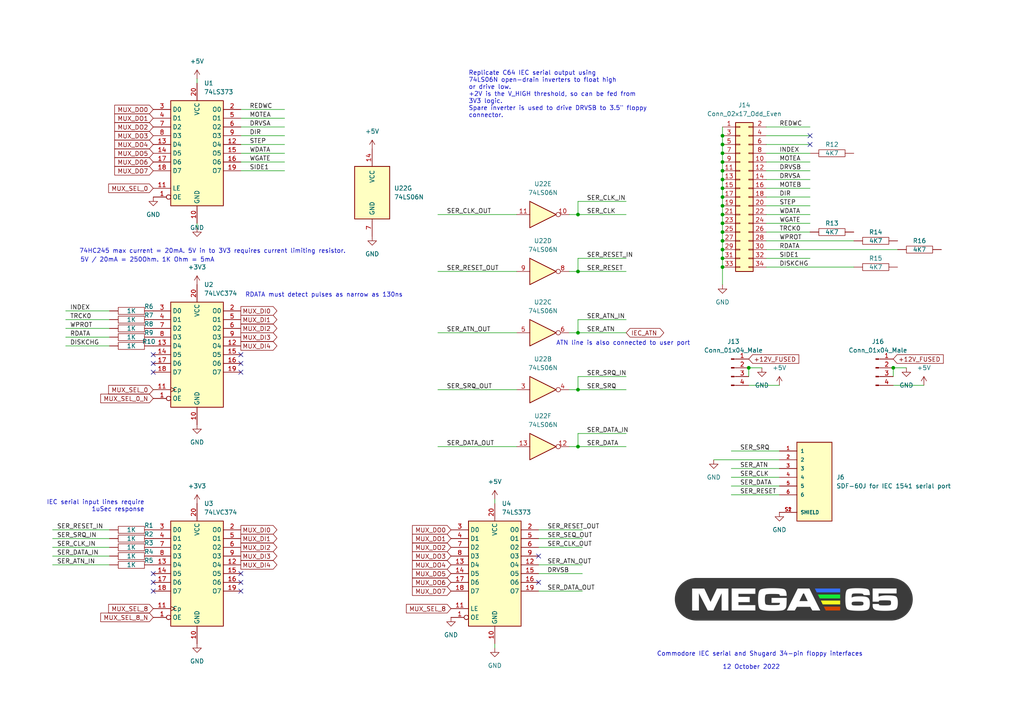
<source format=kicad_sch>
(kicad_sch (version 20211123) (generator eeschema)
  (paper "A4")
  (lib_symbols
    (symbol "74xx:74HC374"
      (property "Reference" "U" (at -7.62 16.51 0))
      (property "Value" "74HC374" (at -7.62 -16.51 0))
      (symbol "74HC374_1_0"
        (pin input inverted (at -12.7 -12.7 0) (length 5.08) (name "OE") (number "1"))
        (pin power_in line (at 0 -20.32 90) (length 5.08) (name "GND") (number "10"))
        (pin input clock (at -12.7 -10.16 0) (length 5.08) (name "Cp") (number "11"))
        (pin tri_state line (at 12.7 2.54 180) (length 5.08) (name "O4") (number "12"))
        (pin input line (at -12.7 2.54 0) (length 5.08) (name "D4") (number "13"))
        (pin input line (at -12.7 0 0) (length 5.08) (name "D5") (number "14"))
        (pin tri_state line (at 12.7 0 180) (length 5.08) (name "O5") (number "15"))
        (pin tri_state line (at 12.7 -2.54 180) (length 5.08) (name "O6") (number "16"))
        (pin input line (at -12.7 -2.54 0) (length 5.08) (name "D6") (number "17"))
        (pin input line (at -12.7 -5.08 0) (length 5.08) (name "D7") (number "18"))
        (pin tri_state line (at 12.7 -5.08 180) (length 5.08) (name "O7") (number "19"))
        (pin tri_state line (at 12.7 12.7 180) (length 5.08) (name "O0") (number "2"))
        (pin power_in line (at 0 20.32 270) (length 5.08) (name "VCC") (number "20"))
        (pin input line (at -12.7 12.7 0) (length 5.08) (name "D0") (number "3"))
        (pin input line (at -12.7 10.16 0) (length 5.08) (name "D1") (number "4"))
        (pin tri_state line (at 12.7 10.16 180) (length 5.08) (name "O1") (number "5"))
        (pin tri_state line (at 12.7 7.62 180) (length 5.08) (name "O2") (number "6"))
        (pin input line (at -12.7 7.62 0) (length 5.08) (name "D2") (number "7"))
        (pin input line (at -12.7 5.08 0) (length 5.08) (name "D3") (number "8"))
        (pin tri_state line (at 12.7 5.08 180) (length 5.08) (name "O3") (number "9"))
      )
      (symbol "74HC374_1_1"
        (rectangle (start -7.62 15.24) (end 7.62 -15.24) (stroke (width 0.254)) (fill (type background)))
      )
    )
    (symbol "74xx:74LS06N" (pin_names (offset 1.016))
      (property "Reference" "U" (at 0 1.27 0))
      (property "Value" "74LS06N" (at 0 -1.27 0))
      (symbol "74LS06N_1_0"
        (polyline (pts (xy -3.81 3.81) (xy -3.81 -3.81) (xy 3.81 0) (xy -3.81 3.81)) (stroke (width 0.254)) (fill (type background)))
        (pin input line (at -7.62 0 0) (length 3.81) (name "~") (number "1"))
        (pin open_collector inverted (at 7.62 0 180) (length 3.81) (name "~") (number "2"))
      )
      (symbol "74LS06N_2_0"
        (polyline (pts (xy -3.81 3.81) (xy -3.81 -3.81) (xy 3.81 0) (xy -3.81 3.81)) (stroke (width 0.254)) (fill (type background)))
        (pin input line (at -7.62 0 0) (length 3.81) (name "~") (number "3"))
        (pin open_collector inverted (at 7.62 0 180) (length 3.81) (name "~") (number "4"))
      )
      (symbol "74LS06N_3_0"
        (polyline (pts (xy -3.81 3.81) (xy -3.81 -3.81) (xy 3.81 0) (xy -3.81 3.81)) (stroke (width 0.254)) (fill (type background)))
        (pin input line (at -7.62 0 0) (length 3.81) (name "~") (number "5"))
        (pin open_collector inverted (at 7.62 0 180) (length 3.81) (name "~") (number "6"))
      )
      (symbol "74LS06N_4_0"
        (polyline (pts (xy -3.81 3.81) (xy -3.81 -3.81) (xy 3.81 0) (xy -3.81 3.81)) (stroke (width 0.254)) (fill (type background)))
        (pin open_collector inverted (at 7.62 0 180) (length 3.81) (name "~") (number "8"))
        (pin input line (at -7.62 0 0) (length 3.81) (name "~") (number "9"))
      )
      (symbol "74LS06N_5_0"
        (polyline (pts (xy -3.81 3.81) (xy -3.81 -3.81) (xy 3.81 0) (xy -3.81 3.81)) (stroke (width 0.254)) (fill (type background)))
        (pin open_collector inverted (at 7.62 0 180) (length 3.81) (name "~") (number "10"))
        (pin input line (at -7.62 0 0) (length 3.81) (name "~") (number "11"))
      )
      (symbol "74LS06N_6_0"
        (polyline (pts (xy -3.81 3.81) (xy -3.81 -3.81) (xy 3.81 0) (xy -3.81 3.81)) (stroke (width 0.254)) (fill (type background)))
        (pin open_collector inverted (at 7.62 0 180) (length 3.81) (name "~") (number "12"))
        (pin input line (at -7.62 0 0) (length 3.81) (name "~") (number "13"))
      )
      (symbol "74LS06N_7_0"
        (pin power_in line (at 0 12.7 270) (length 5.08) (name "VCC") (number "14"))
        (pin power_in line (at 0 -12.7 90) (length 5.08) (name "GND") (number "7"))
      )
      (symbol "74LS06N_7_1"
        (rectangle (start -5.08 7.62) (end 5.08 -7.62) (stroke (width 0.254)) (fill (type background)))
      )
    )
    (symbol "74xx:74LS373"
      (property "Reference" "U" (at -7.62 16.51 0))
      (property "Value" "74LS373" (at -7.62 -16.51 0))
      (symbol "74LS373_1_0"
        (pin input inverted (at -12.7 -12.7 0) (length 5.08) (name "OE") (number "1"))
        (pin power_in line (at 0 -20.32 90) (length 5.08) (name "GND") (number "10"))
        (pin input line (at -12.7 -10.16 0) (length 5.08) (name "LE") (number "11"))
        (pin tri_state line (at 12.7 2.54 180) (length 5.08) (name "O4") (number "12"))
        (pin input line (at -12.7 2.54 0) (length 5.08) (name "D4") (number "13"))
        (pin input line (at -12.7 0 0) (length 5.08) (name "D5") (number "14"))
        (pin tri_state line (at 12.7 0 180) (length 5.08) (name "O5") (number "15"))
        (pin tri_state line (at 12.7 -2.54 180) (length 5.08) (name "O6") (number "16"))
        (pin input line (at -12.7 -2.54 0) (length 5.08) (name "D6") (number "17"))
        (pin input line (at -12.7 -5.08 0) (length 5.08) (name "D7") (number "18"))
        (pin tri_state line (at 12.7 -5.08 180) (length 5.08) (name "O7") (number "19"))
        (pin tri_state line (at 12.7 12.7 180) (length 5.08) (name "O0") (number "2"))
        (pin power_in line (at 0 20.32 270) (length 5.08) (name "VCC") (number "20"))
        (pin input line (at -12.7 12.7 0) (length 5.08) (name "D0") (number "3"))
        (pin input line (at -12.7 10.16 0) (length 5.08) (name "D1") (number "4"))
        (pin tri_state line (at 12.7 10.16 180) (length 5.08) (name "O1") (number "5"))
        (pin tri_state line (at 12.7 7.62 180) (length 5.08) (name "O2") (number "6"))
        (pin input line (at -12.7 7.62 0) (length 5.08) (name "D2") (number "7"))
        (pin input line (at -12.7 5.08 0) (length 5.08) (name "D3") (number "8"))
        (pin tri_state line (at 12.7 5.08 180) (length 5.08) (name "O3") (number "9"))
      )
      (symbol "74LS373_1_1"
        (rectangle (start -7.62 15.24) (end 7.62 -15.24) (stroke (width 0.254)) (fill (type background)))
      )
    )
    (symbol "Connector:Conn_01x04_Male" (pin_names (offset 1.016) hide)
      (property "Reference" "J" (at 0 5.08 0))
      (property "Value" "Conn_01x04_Male" (at 0 -7.62 0))
      (symbol "Conn_01x04_Male_1_1"
        (polyline (pts (xy 1.27 -5.08) (xy 0.8636 -5.08)) (stroke (width 0.1524)))
        (polyline (pts (xy 1.27 -2.54) (xy 0.8636 -2.54)) (stroke (width 0.1524)))
        (polyline (pts (xy 1.27 0) (xy 0.8636 0)) (stroke (width 0.1524)))
        (polyline (pts (xy 1.27 2.54) (xy 0.8636 2.54)) (stroke (width 0.1524)))
        (rectangle (start 0.8636 -4.953) (end 0 -5.207) (stroke (width 0.1524)) (fill (type outline)))
        (rectangle (start 0.8636 -2.413) (end 0 -2.667) (stroke (width 0.1524)) (fill (type outline)))
        (rectangle (start 0.8636 0.127) (end 0 -0.127) (stroke (width 0.1524)) (fill (type outline)))
        (rectangle (start 0.8636 2.667) (end 0 2.413) (stroke (width 0.1524)) (fill (type outline)))
        (pin passive line (at 5.08 2.54 180) (length 3.81) (name "Pin_1") (number "1"))
        (pin passive line (at 5.08 0 180) (length 3.81) (name "Pin_2") (number "2"))
        (pin passive line (at 5.08 -2.54 180) (length 3.81) (name "Pin_3") (number "3"))
        (pin passive line (at 5.08 -5.08 180) (length 3.81) (name "Pin_4") (number "4"))
      )
    )
    (symbol "Connector_Generic:Conn_02x17_Odd_Even" (pin_names (offset 1.016) hide)
      (property "Reference" "J" (at 1.27 22.86 0))
      (property "Value" "Conn_02x17_Odd_Even" (at 1.27 -22.86 0))
      (symbol "Conn_02x17_Odd_Even_1_1"
        (rectangle (start -1.27 -20.193) (end 0 -20.447) (stroke (width 0.1524)))
        (rectangle (start -1.27 -17.653) (end 0 -17.907) (stroke (width 0.1524)))
        (rectangle (start -1.27 -15.113) (end 0 -15.367) (stroke (width 0.1524)))
        (rectangle (start -1.27 -12.573) (end 0 -12.827) (stroke (width 0.1524)))
        (rectangle (start -1.27 -10.033) (end 0 -10.287) (stroke (width 0.1524)))
        (rectangle (start -1.27 -7.493) (end 0 -7.747) (stroke (width 0.1524)))
        (rectangle (start -1.27 -4.953) (end 0 -5.207) (stroke (width 0.1524)))
        (rectangle (start -1.27 -2.413) (end 0 -2.667) (stroke (width 0.1524)))
        (rectangle (start -1.27 0.127) (end 0 -0.127) (stroke (width 0.1524)))
        (rectangle (start -1.27 2.667) (end 0 2.413) (stroke (width 0.1524)))
        (rectangle (start -1.27 5.207) (end 0 4.953) (stroke (width 0.1524)))
        (rectangle (start -1.27 7.747) (end 0 7.493) (stroke (width 0.1524)))
        (rectangle (start -1.27 10.287) (end 0 10.033) (stroke (width 0.1524)))
        (rectangle (start -1.27 12.827) (end 0 12.573) (stroke (width 0.1524)))
        (rectangle (start -1.27 15.367) (end 0 15.113) (stroke (width 0.1524)))
        (rectangle (start -1.27 17.907) (end 0 17.653) (stroke (width 0.1524)))
        (rectangle (start -1.27 20.447) (end 0 20.193) (stroke (width 0.1524)))
        (rectangle (start -1.27 21.59) (end 3.81 -21.59) (stroke (width 0.254)) (fill (type background)))
        (rectangle (start 3.81 -20.193) (end 2.54 -20.447) (stroke (width 0.1524)))
        (rectangle (start 3.81 -17.653) (end 2.54 -17.907) (stroke (width 0.1524)))
        (rectangle (start 3.81 -15.113) (end 2.54 -15.367) (stroke (width 0.1524)))
        (rectangle (start 3.81 -12.573) (end 2.54 -12.827) (stroke (width 0.1524)))
        (rectangle (start 3.81 -10.033) (end 2.54 -10.287) (stroke (width 0.1524)))
        (rectangle (start 3.81 -7.493) (end 2.54 -7.747) (stroke (width 0.1524)))
        (rectangle (start 3.81 -4.953) (end 2.54 -5.207) (stroke (width 0.1524)))
        (rectangle (start 3.81 -2.413) (end 2.54 -2.667) (stroke (width 0.1524)))
        (rectangle (start 3.81 0.127) (end 2.54 -0.127) (stroke (width 0.1524)))
        (rectangle (start 3.81 2.667) (end 2.54 2.413) (stroke (width 0.1524)))
        (rectangle (start 3.81 5.207) (end 2.54 4.953) (stroke (width 0.1524)))
        (rectangle (start 3.81 7.747) (end 2.54 7.493) (stroke (width 0.1524)))
        (rectangle (start 3.81 10.287) (end 2.54 10.033) (stroke (width 0.1524)))
        (rectangle (start 3.81 12.827) (end 2.54 12.573) (stroke (width 0.1524)))
        (rectangle (start 3.81 15.367) (end 2.54 15.113) (stroke (width 0.1524)))
        (rectangle (start 3.81 17.907) (end 2.54 17.653) (stroke (width 0.1524)))
        (rectangle (start 3.81 20.447) (end 2.54 20.193) (stroke (width 0.1524)))
        (pin passive line (at -5.08 20.32 0) (length 3.81) (name "Pin_1") (number "1"))
        (pin passive line (at 7.62 10.16 180) (length 3.81) (name "Pin_10") (number "10"))
        (pin passive line (at -5.08 7.62 0) (length 3.81) (name "Pin_11") (number "11"))
        (pin passive line (at 7.62 7.62 180) (length 3.81) (name "Pin_12") (number "12"))
        (pin passive line (at -5.08 5.08 0) (length 3.81) (name "Pin_13") (number "13"))
        (pin passive line (at 7.62 5.08 180) (length 3.81) (name "Pin_14") (number "14"))
        (pin passive line (at -5.08 2.54 0) (length 3.81) (name "Pin_15") (number "15"))
        (pin passive line (at 7.62 2.54 180) (length 3.81) (name "Pin_16") (number "16"))
        (pin passive line (at -5.08 0 0) (length 3.81) (name "Pin_17") (number "17"))
        (pin passive line (at 7.62 0 180) (length 3.81) (name "Pin_18") (number "18"))
        (pin passive line (at -5.08 -2.54 0) (length 3.81) (name "Pin_19") (number "19"))
        (pin passive line (at 7.62 20.32 180) (length 3.81) (name "Pin_2") (number "2"))
        (pin passive line (at 7.62 -2.54 180) (length 3.81) (name "Pin_20") (number "20"))
        (pin passive line (at -5.08 -5.08 0) (length 3.81) (name "Pin_21") (number "21"))
        (pin passive line (at 7.62 -5.08 180) (length 3.81) (name "Pin_22") (number "22"))
        (pin passive line (at -5.08 -7.62 0) (length 3.81) (name "Pin_23") (number "23"))
        (pin passive line (at 7.62 -7.62 180) (length 3.81) (name "Pin_24") (number "24"))
        (pin passive line (at -5.08 -10.16 0) (length 3.81) (name "Pin_25") (number "25"))
        (pin passive line (at 7.62 -10.16 180) (length 3.81) (name "Pin_26") (number "26"))
        (pin passive line (at -5.08 -12.7 0) (length 3.81) (name "Pin_27") (number "27"))
        (pin passive line (at 7.62 -12.7 180) (length 3.81) (name "Pin_28") (number "28"))
        (pin passive line (at -5.08 -15.24 0) (length 3.81) (name "Pin_29") (number "29"))
        (pin passive line (at -5.08 17.78 0) (length 3.81) (name "Pin_3") (number "3"))
        (pin passive line (at 7.62 -15.24 180) (length 3.81) (name "Pin_30") (number "30"))
        (pin passive line (at -5.08 -17.78 0) (length 3.81) (name "Pin_31") (number "31"))
        (pin passive line (at 7.62 -17.78 180) (length 3.81) (name "Pin_32") (number "32"))
        (pin passive line (at -5.08 -20.32 0) (length 3.81) (name "Pin_33") (number "33"))
        (pin passive line (at 7.62 -20.32 180) (length 3.81) (name "Pin_34") (number "34"))
        (pin passive line (at 7.62 17.78 180) (length 3.81) (name "Pin_4") (number "4"))
        (pin passive line (at -5.08 15.24 0) (length 3.81) (name "Pin_5") (number "5"))
        (pin passive line (at 7.62 15.24 180) (length 3.81) (name "Pin_6") (number "6"))
        (pin passive line (at -5.08 12.7 0) (length 3.81) (name "Pin_7") (number "7"))
        (pin passive line (at 7.62 12.7 180) (length 3.81) (name "Pin_8") (number "8"))
        (pin passive line (at -5.08 10.16 0) (length 3.81) (name "Pin_9") (number "9"))
      )
    )
    (symbol "power:+3.3V" (power) (pin_names (offset 0))
      (property "Value" "+3.3V" (at 0 3.556 0))
      (symbol "+3.3V_0_1"
        (polyline (pts (xy -0.762 1.27) (xy 0 2.54)))
        (polyline (pts (xy 0 0) (xy 0 2.54)))
        (polyline (pts (xy 0 2.54) (xy 0.762 1.27)))
      )
      (symbol "+3.3V_1_1"
        (pin power_in line (at 0 0 90) (length 0) hide (name "+3V3") (number "1"))
      )
    )
    (symbol "power:+5V" (power) (pin_names (offset 0))
      (property "Value" "+5V" (at 0 3.556 0))
      (symbol "+5V_0_1"
        (polyline (pts (xy -0.762 1.27) (xy 0 2.54)))
        (polyline (pts (xy 0 0) (xy 0 2.54)))
        (polyline (pts (xy 0 2.54) (xy 0.762 1.27)))
      )
      (symbol "+5V_1_1"
        (pin power_in line (at 0 0 90) (length 0) hide (name "+5V") (number "1"))
      )
    )
    (symbol "power:GND" (power) (pin_names (offset 0))
      (property "Value" "GND" (at 0 -3.81 0))
      (symbol "GND_0_1"
        (polyline (pts (xy 0 0) (xy 0 -1.27) (xy 1.27 -1.27) (xy 0 -2.54) (xy -1.27 -1.27) (xy 0 -1.27)))
      )
      (symbol "GND_1_1"
        (pin power_in line (at 0 0 270) (length 0) hide (name "GND") (number "1"))
      )
    )
    (symbol "pspice:R" (pin_numbers hide) (pin_names (offset 0))
      (property "Reference" "R" (at 2.032 0 90))
      (property "Value" "R" (at 0 0 90))
      (symbol "R_0_1"
        (rectangle (start -1.016 3.81) (end 1.016 -3.81))
      )
      (symbol "R_1_1"
        (pin passive line (at 0 6.35 270) (length 2.54) (name "~") (number "1"))
        (pin passive line (at 0 -6.35 90) (length 2.54) (name "~") (number "2"))
      )
    )
    (symbol "snapeda:SDF-60J" (pin_names (offset 1.016))
      (property "Reference" "J" (at -5.08 10.922 0))
      (property "Value" "SDF-60J" (at -5.08 -15.24 0))
      (symbol "SDF-60J_0_0"
        (rectangle (start -5.08 -12.7) (end 5.08 10.16) (stroke (width 0.254)) (fill (type background)))
        (pin passive line (at -10.16 7.62 0) (length 5.08) (name "1") (number "1"))
        (pin passive line (at -10.16 5.08 0) (length 5.08) (name "2") (number "2"))
        (pin passive line (at -10.16 2.54 0) (length 5.08) (name "3") (number "3"))
        (pin passive line (at -10.16 0 0) (length 5.08) (name "4") (number "4"))
        (pin passive line (at -10.16 -2.54 0) (length 5.08) (name "5") (number "5"))
        (pin passive line (at -10.16 -5.08 0) (length 5.08) (name "6") (number "6"))
        (pin passive line (at -10.16 -10.16 0) (length 5.08) (name "SHIELD") (number "S1"))
        (pin passive line (at -10.16 -10.16 0) (length 5.08) (name "SHIELD") (number "S2"))
      )
    )
  )
  (junction (at 209.55 69.85))
  (junction (at 167.64 62.23))
  (junction (at 209.55 44.45))
  (junction (at 209.55 46.99))
  (junction (at 209.55 59.69))
  (junction (at 209.55 54.61))
  (junction (at 209.55 52.07))
  (junction (at 259.08 106.68))
  (junction (at 209.55 72.39))
  (junction (at 217.17 106.68))
  (junction (at 167.64 78.74))
  (junction (at 209.55 77.47))
  (junction (at 209.55 57.15))
  (junction (at 209.55 64.77))
  (junction (at 167.64 96.52))
  (junction (at 209.55 67.31))
  (junction (at 209.55 62.23))
  (junction (at 209.55 49.53))
  (junction (at 167.64 113.03))
  (junction (at 209.55 74.93))
  (junction (at 167.64 129.54))
  (junction (at 209.55 41.91))
  (junction (at 209.55 39.37))
  (no_connect (at 69.85 166.37))
  (no_connect (at 234.95 39.37))
  (no_connect (at 156.21 161.29))
  (no_connect (at 69.85 102.87))
  (no_connect (at 44.45 105.41))
  (no_connect (at 44.45 171.45))
  (no_connect (at 69.85 105.41))
  (no_connect (at 44.45 102.87))
  (no_connect (at 44.45 107.95))
  (no_connect (at 234.95 41.91))
  (no_connect (at 69.85 107.95))
  (no_connect (at 44.45 168.91))
  (no_connect (at 69.85 168.91))
  (no_connect (at 69.85 171.45))
  (no_connect (at 156.21 168.91))
  (no_connect (at 44.45 166.37))
  (wire (pts (xy 167.64 58.42) (xy 181.61 58.42)))
  (wire (pts (xy 15.24 161.29) (xy 31.75 161.29)))
  (wire (pts (xy 209.55 44.45) (xy 209.55 46.99)))
  (wire (pts (xy 69.85 34.29) (xy 82.55 34.29)))
  (wire (pts (xy 167.64 78.74) (xy 181.61 78.74)))
  (wire (pts (xy 212.09 138.43) (xy 226.06 138.43)))
  (wire (pts (xy 209.55 39.37) (xy 209.55 41.91)))
  (wire (pts (xy 156.21 171.45) (xy 168.91 171.45)))
  (wire (pts (xy 167.64 129.54) (xy 181.61 129.54)))
  (wire (pts (xy 212.09 143.51) (xy 226.06 143.51)))
  (wire (pts (xy 167.64 62.23) (xy 181.61 62.23)))
  (wire (pts (xy 15.24 156.21) (xy 31.75 156.21)))
  (wire (pts (xy 57.15 64.77) (xy 57.15 66.04)))
  (wire (pts (xy 259.08 106.68) (xy 262.89 106.68)))
  (wire (pts (xy 19.05 90.17) (xy 31.75 90.17)))
  (wire (pts (xy 209.55 67.31) (xy 209.55 69.85)))
  (wire (pts (xy 222.25 39.37) (xy 234.95 39.37)))
  (wire (pts (xy 209.55 54.61) (xy 209.55 57.15)))
  (wire (pts (xy 222.25 52.07) (xy 234.95 52.07)))
  (wire (pts (xy 222.25 49.53) (xy 234.95 49.53)))
  (wire (pts (xy 143.51 144.78) (xy 143.51 146.05)))
  (wire (pts (xy 222.25 44.45) (xy 234.95 44.45)))
  (wire (pts (xy 209.55 74.93) (xy 209.55 77.47)))
  (wire (pts (xy 69.85 41.91) (xy 82.55 41.91)))
  (wire (pts (xy 209.55 64.77) (xy 209.55 67.31)))
  (wire (pts (xy 209.55 77.47) (xy 209.55 82.55)))
  (wire (pts (xy 69.85 31.75) (xy 82.55 31.75)))
  (wire (pts (xy 127 129.54) (xy 149.86 129.54)))
  (wire (pts (xy 167.64 125.73) (xy 181.61 125.73)))
  (wire (pts (xy 209.55 41.91) (xy 209.55 44.45)))
  (wire (pts (xy 209.55 62.23) (xy 209.55 64.77)))
  (wire (pts (xy 259.08 106.68) (xy 259.08 109.22)))
  (wire (pts (xy 156.21 156.21) (xy 168.91 156.21)))
  (wire (pts (xy 69.85 49.53) (xy 82.55 49.53)))
  (wire (pts (xy 165.1 96.52) (xy 167.64 96.52)))
  (wire (pts (xy 167.64 129.54) (xy 167.64 125.73)))
  (wire (pts (xy 156.21 163.83) (xy 168.91 163.83)))
  (wire (pts (xy 222.25 67.31) (xy 234.95 67.31)))
  (wire (pts (xy 222.25 77.47) (xy 247.65 77.47)))
  (wire (pts (xy 217.17 111.76) (xy 226.06 111.76)))
  (wire (pts (xy 69.85 46.99) (xy 82.55 46.99)))
  (wire (pts (xy 209.55 72.39) (xy 209.55 74.93)))
  (wire (pts (xy 69.85 39.37) (xy 82.55 39.37)))
  (wire (pts (xy 212.09 130.81) (xy 226.06 130.81)))
  (wire (pts (xy 217.17 106.68) (xy 220.98 106.68)))
  (wire (pts (xy 167.64 74.93) (xy 181.61 74.93)))
  (wire (pts (xy 167.64 78.74) (xy 167.64 74.93)))
  (wire (pts (xy 209.55 36.83) (xy 209.55 39.37)))
  (wire (pts (xy 209.55 49.53) (xy 209.55 52.07)))
  (wire (pts (xy 167.64 113.03) (xy 167.64 109.22)))
  (wire (pts (xy 69.85 44.45) (xy 82.55 44.45)))
  (wire (pts (xy 127 78.74) (xy 149.86 78.74)))
  (wire (pts (xy 222.25 62.23) (xy 234.95 62.23)))
  (wire (pts (xy 45.72 113.03) (xy 44.45 113.03)))
  (wire (pts (xy 127 62.23) (xy 149.86 62.23)))
  (wire (pts (xy 212.09 135.89) (xy 226.06 135.89)))
  (wire (pts (xy 222.25 46.99) (xy 234.95 46.99)))
  (wire (pts (xy 165.1 129.54) (xy 167.64 129.54)))
  (wire (pts (xy 57.15 22.86) (xy 57.15 24.13)))
  (wire (pts (xy 167.64 96.52) (xy 167.64 92.71)))
  (wire (pts (xy 19.05 100.33) (xy 31.75 100.33)))
  (wire (pts (xy 209.55 59.69) (xy 209.55 62.23)))
  (wire (pts (xy 222.25 54.61) (xy 234.95 54.61)))
  (wire (pts (xy 217.17 106.68) (xy 217.17 109.22)))
  (wire (pts (xy 167.64 113.03) (xy 181.61 113.03)))
  (wire (pts (xy 167.64 62.23) (xy 167.64 58.42)))
  (wire (pts (xy 222.25 74.93) (xy 234.95 74.93)))
  (wire (pts (xy 15.24 158.75) (xy 31.75 158.75)))
  (wire (pts (xy 15.24 163.83) (xy 31.75 163.83)))
  (wire (pts (xy 165.1 113.03) (xy 167.64 113.03)))
  (wire (pts (xy 143.51 186.69) (xy 143.51 187.96)))
  (wire (pts (xy 167.64 109.22) (xy 181.61 109.22)))
  (wire (pts (xy 156.21 158.75) (xy 168.91 158.75)))
  (wire (pts (xy 222.25 41.91) (xy 234.95 41.91)))
  (wire (pts (xy 19.05 95.25) (xy 31.75 95.25)))
  (wire (pts (xy 165.1 78.74) (xy 167.64 78.74)))
  (wire (pts (xy 222.25 64.77) (xy 234.95 64.77)))
  (wire (pts (xy 156.21 153.67) (xy 168.91 153.67)))
  (wire (pts (xy 69.85 36.83) (xy 82.55 36.83)))
  (wire (pts (xy 222.25 36.83) (xy 234.95 36.83)))
  (wire (pts (xy 19.05 97.79) (xy 31.75 97.79)))
  (wire (pts (xy 222.25 59.69) (xy 234.95 59.69)))
  (wire (pts (xy 209.55 57.15) (xy 209.55 59.69)))
  (wire (pts (xy 15.24 153.67) (xy 31.75 153.67)))
  (wire (pts (xy 207.01 133.35) (xy 226.06 133.35)))
  (wire (pts (xy 19.05 92.71) (xy 31.75 92.71)))
  (wire (pts (xy 156.21 166.37) (xy 168.91 166.37)))
  (wire (pts (xy 127 96.52) (xy 149.86 96.52)))
  (wire (pts (xy 165.1 62.23) (xy 167.64 62.23)))
  (wire (pts (xy 167.64 92.71) (xy 181.61 92.71)))
  (wire (pts (xy 222.25 69.85) (xy 247.65 69.85)))
  (wire (pts (xy 222.25 57.15) (xy 234.95 57.15)))
  (wire (pts (xy 127 113.03) (xy 149.86 113.03)))
  (wire (pts (xy 209.55 69.85) (xy 209.55 72.39)))
  (wire (pts (xy 209.55 52.07) (xy 209.55 54.61)))
  (wire (pts (xy 222.25 72.39) (xy 260.35 72.39)))
  (wire (pts (xy 167.64 96.52) (xy 181.61 96.52)))
  (wire (pts (xy 212.09 140.97) (xy 226.06 140.97)))
  (wire (pts (xy 259.08 111.76) (xy 267.97 111.76)))
  (wire (pts (xy 209.55 46.99) (xy 209.55 49.53)))
  (image (at 230.251 173.863) (scale 0.21049))
  (text "Commodore IEC serial and Shugard 34-pin floppy interfaces" (at 190.5 190.5 0) (effects (font (size 1.27 1.27)) (justify left bottom)))
  (text "5V / 20mA = 250Ohm. 1K Ohm = 5mA" (at 62.23 76.2 180) (effects (font (size 1.27 1.27)) (justify right bottom)))
  (text "74HC245 max current = 20mA. 5V in to 3V3 requires current limiting resistor." (at 100.33 73.66 0) (effects (font (size 1.27 1.27)) (justify right bottom)))
  (text "Replicate C64 IEC serial output using\n74LS06N open-drain inverters to float high\nor drive low.  \n+2V is the V_HIGH threshold, so can be fed from\n3V3 logic.\nSpare inverter is used to drive DRVSB to 3.5\" floppy\nconnector." (at 135.89 34.29 0) (effects (font (size 1.27 1.27)) (justify left bottom)))
  (text "RDATA must detect pulses as narrow as 130ns" (at 116.84 86.36 180) (effects (font (size 1.27 1.27)) (justify right bottom)))
  (text "IEC serial input lines require\n1uSec response" (at 41.91 148.59 180) (effects (font (size 1.27 1.27)) (justify right bottom)))
  (text "12 October 2022" (at 209.55 194.31 0) (effects (font (size 1.27 1.27)) (justify left bottom)))
  (text "ATN line is also connected to user port" (at 161.29 100.33 0) (effects (font (size 1.27 1.27)) (justify left bottom)))
  (label "WDATA" (at 72.39 44.45 0))
  (label "SER_ATN" (at 170.18 96.52 0))
  (label "SER_ATN_OUT" (at 158.75 163.83 0))
  (label "WDATA" (at 226.06 62.23 0))
  (label "WGATE" (at 226.06 64.77 0))
  (label "SER_CLK_IN" (at 170.18 58.42 0))
  (label "SER_CLK_OUT" (at 158.75 158.75 0))
  (label "RDATA" (at 20.32 97.79 0))
  (label "DIR" (at 72.39 39.37 0))
  (label "REDWC" (at 72.39 31.75 0))
  (label "DRVSA" (at 72.39 36.83 0))
  (label "SER_ATN_IN" (at 170.18 92.71 0))
  (label "DIR" (at 226.06 57.15 0))
  (label "SIDE1" (at 72.39 49.53 0))
  (label "SER_DATA" (at 170.18 129.54 0))
  (label "SER_ATN" (at 214.63 135.89 0))
  (label "DRVSB" (at 158.75 166.37 0))
  (label "DISKCHG" (at 226.06 77.47 0))
  (label "SER_ATN_IN" (at 16.51 163.83 0))
  (label "WPROT" (at 20.32 95.25 0))
  (label "SER_ATN_OUT" (at 129.54 96.52 0))
  (label "RDATA" (at 226.06 72.39 0))
  (label "SER_RESET" (at 170.18 78.74 0))
  (label "WGATE" (at 72.39 46.99 0))
  (label "SER_DATA_IN" (at 170.18 125.73 0))
  (label "SER_RESET" (at 214.63 143.51 0))
  (label "SER_SRQ" (at 170.18 113.03 0))
  (label "TRCK0" (at 20.32 92.71 0))
  (label "SER_CLK_OUT" (at 129.54 62.23 0))
  (label "DRVSA" (at 226.06 52.07 0))
  (label "STEP" (at 226.06 59.69 0))
  (label "SER_SEQ_OUT" (at 158.75 156.21 0))
  (label "STEP" (at 72.39 41.91 0))
  (label "SER_CLK_IN" (at 16.51 158.75 0))
  (label "SER_RESET_IN" (at 16.51 153.67 0))
  (label "SER_SRQ_OUT" (at 129.54 113.03 0))
  (label "DISKCHG" (at 20.32 100.33 0))
  (label "MOTEA" (at 226.06 46.99 0))
  (label "SER_DATA_IN" (at 16.51 161.29 0))
  (label "INDEX" (at 20.32 90.17 0))
  (label "REDWC" (at 226.06 36.83 0))
  (label "WPROT" (at 226.06 69.85 0))
  (label "MOTEB" (at 226.06 54.61 0))
  (label "DRVSB" (at 226.06 49.53 0))
  (label "SIDE1" (at 226.06 74.93 0))
  (label "SER_SRQ_IN" (at 170.18 109.22 0))
  (label "TRCK0" (at 226.06 67.31 0))
  (label "SER_RESET_OUT" (at 129.54 78.74 0))
  (label "SER_DATA" (at 214.63 140.97 0))
  (label "SER_SRQ" (at 214.63 130.81 0))
  (label "SER_DATA_OUT" (at 129.54 129.54 0))
  (label "INDEX" (at 226.06 44.45 0))
  (label "SER_RESET_IN" (at 170.18 74.93 0))
  (label "SER_SRQ_IN" (at 16.51 156.21 0))
  (label "MOTEA" (at 72.39 34.29 0))
  (label "SER_RESET_OUT" (at 158.75 153.67 0))
  (label "SER_CLK" (at 170.18 62.23 0))
  (label "SER_DATA_OUT" (at 158.75 171.45 0))
  (label "SER_CLK" (at 214.63 138.43 0))
  (global_label "MUX_DO0" (shape input) (at 44.45 31.75 180) (property "Intersheet References" "${INTERSHEET_REFS}" (effects hide)))
  (global_label "MUX_DI3" (shape output) (at 69.85 97.79 0) (property "Intersheet References" "${INTERSHEET_REFS}" (effects hide)))
  (global_label "MUX_SEL_8" (shape input) (at 130.81 176.53 180) (property "Intersheet References" "${INTERSHEET_REFS}" (effects hide)))
  (global_label "MUX_DO4" (shape input) (at 130.81 163.83 180) (property "Intersheet References" "${INTERSHEET_REFS}" (effects hide)))
  (global_label "MUX_DI2" (shape output) (at 69.85 158.75 0) (property "Intersheet References" "${INTERSHEET_REFS}" (effects hide)))
  (global_label "MUX_DO6" (shape input) (at 44.45 46.99 180) (property "Intersheet References" "${INTERSHEET_REFS}" (effects hide)))
  (global_label "MUX_DI4" (shape output) (at 69.85 100.33 0) (property "Intersheet References" "${INTERSHEET_REFS}" (effects hide)))
  (global_label "MUX_DO7" (shape input) (at 44.45 49.53 180) (property "Intersheet References" "${INTERSHEET_REFS}" (effects hide)))
  (global_label "MUX_DI0" (shape output) (at 69.85 90.17 0) (property "Intersheet References" "${INTERSHEET_REFS}" (effects hide)))
  (global_label "MUX_SEL_0" (shape input) (at 44.45 54.61 180) (property "Intersheet References" "${INTERSHEET_REFS}" (effects hide)))
  (global_label "+12V_FUSED" (shape input) (at 217.17 104.14 0) (property "Intersheet References" "${INTERSHEET_REFS}" (effects hide)))
  (global_label "MUX_DO7" (shape input) (at 130.81 171.45 180) (property "Intersheet References" "${INTERSHEET_REFS}" (effects hide)))
  (global_label "MUX_DO0" (shape input) (at 130.81 153.67 180) (property "Intersheet References" "${INTERSHEET_REFS}" (effects hide)))
  (global_label "MUX_DO3" (shape input) (at 130.81 161.29 180) (property "Intersheet References" "${INTERSHEET_REFS}" (effects hide)))
  (global_label "MUX_DO5" (shape input) (at 44.45 44.45 180) (property "Intersheet References" "${INTERSHEET_REFS}" (effects hide)))
  (global_label "MUX_DO1" (shape input) (at 44.45 34.29 180) (property "Intersheet References" "${INTERSHEET_REFS}" (effects hide)))
  (global_label "MUX_DO3" (shape input) (at 44.45 39.37 180) (property "Intersheet References" "${INTERSHEET_REFS}" (effects hide)))
  (global_label "+12V_FUSED" (shape input) (at 259.08 104.14 0) (property "Intersheet References" "${INTERSHEET_REFS}" (effects hide)))
  (global_label "MUX_DI2" (shape output) (at 69.85 95.25 0) (property "Intersheet References" "${INTERSHEET_REFS}" (effects hide)))
  (global_label "MUX_DI0" (shape output) (at 69.85 153.67 0) (property "Intersheet References" "${INTERSHEET_REFS}" (effects hide)))
  (global_label "MUX_DO4" (shape input) (at 44.45 41.91 180) (property "Intersheet References" "${INTERSHEET_REFS}" (effects hide)))
  (global_label "MUX_DI4" (shape output) (at 69.85 163.83 0) (property "Intersheet References" "${INTERSHEET_REFS}" (effects hide)))
  (global_label "MUX_DI1" (shape output) (at 69.85 156.21 0) (property "Intersheet References" "${INTERSHEET_REFS}" (effects hide)))
  (global_label "MUX_SEL_0" (shape input) (at 44.45 113.03 180) (property "Intersheet References" "${INTERSHEET_REFS}" (effects hide)))
  (global_label "MUX_SEL_8" (shape input) (at 44.45 176.53 180) (property "Intersheet References" "${INTERSHEET_REFS}" (effects hide)))
  (global_label "MUX_DO5" (shape input) (at 130.81 166.37 180) (property "Intersheet References" "${INTERSHEET_REFS}" (effects hide)))
  (global_label "MUX_DI1" (shape output) (at 69.85 92.71 0) (property "Intersheet References" "${INTERSHEET_REFS}" (effects hide)))
  (global_label "MUX_SEL_0_N" (shape input) (at 44.45 115.57 180) (property "Intersheet References" "${INTERSHEET_REFS}" (effects hide)))
  (global_label "IEC_ATN" (shape bidirectional) (at 181.61 96.52 0) (property "Intersheet References" "${INTERSHEET_REFS}" (effects hide)))
  (global_label "MUX_DI3" (shape output) (at 69.85 161.29 0) (property "Intersheet References" "${INTERSHEET_REFS}" (effects hide)))
  (global_label "MUX_DO2" (shape input) (at 130.81 158.75 180) (property "Intersheet References" "${INTERSHEET_REFS}" (effects hide)))
  (global_label "MUX_DO2" (shape input) (at 44.45 36.83 180) (property "Intersheet References" "${INTERSHEET_REFS}" (effects hide)))
  (global_label "MUX_SEL_8_N" (shape input) (at 44.45 179.07 180) (property "Intersheet References" "${INTERSHEET_REFS}" (effects hide)))
  (global_label "MUX_DO6" (shape input) (at 130.81 168.91 180) (property "Intersheet References" "${INTERSHEET_REFS}" (effects hide)))
  (global_label "MUX_DO1" (shape input) (at 130.81 156.21 180) (property "Intersheet References" "${INTERSHEET_REFS}" (effects hide)))
  (symbol (lib_id "pspice:R") (at 241.3 67.31 90) (unit 1)
    (property "Reference" "R13" (at 241.3 64.77 90))
    (property "Value" "4K7" (at 241.3 67.31 90))
    (property "Footprint" "Resistor_THT:R_Box_L8.4mm_W2.5mm_P5.08mm" (effects hide))
  )
  (symbol (lib_id "power:+5V") (at 226.06 111.76 0) (unit 1)
    (property "Reference" "#PWR0101" (effects hide))
    (property "Value" "+5V" (at 226.06 106.68 0))
  )
  (symbol (lib_id "74xx:74LS06N") (at 107.95 55.88 0) (unit 7)
    (property "Reference" "U22" (at 114.3 54.6099 0) (effects (justify left)))
    (property "Value" "74LS06N" (at 114.3 57.1499 0) (effects (justify left)))
    (property "Footprint" "Package_DIP:DIP-14_W7.62mm" (effects hide))
    (property "Datasheet" "http://www.ti.com/lit/gpn/sn74LS06N" (effects hide))
  )
  (symbol (lib_id "pspice:R") (at 38.1 156.21 90) (unit 1)
    (property "Reference" "R2" (at 43.18 154.94 90))
    (property "Value" "1K" (at 38.1 156.21 90))
    (property "Footprint" "Resistor_THT:R_Box_L8.4mm_W2.5mm_P5.08mm" (effects hide))
  )
  (symbol (lib_id "power:+3.3V") (at 57.15 146.05 0) (unit 1)
    (property "Reference" "#PWR0115" (effects hide))
    (property "Value" "+3.3V" (at 57.15 140.97 0))
  )
  (symbol (lib_id "power:GND") (at 107.95 68.58 0) (unit 1)
    (property "Reference" "#PWR0113" (effects hide))
    (property "Value" "GND" (at 107.95 73.66 0))
  )
  (symbol (lib_id "pspice:R") (at 254 77.47 90) (unit 1)
    (property "Reference" "R15" (at 254 74.93 90))
    (property "Value" "4K7" (at 254 77.47 90))
    (property "Footprint" "Resistor_THT:R_Box_L8.4mm_W2.5mm_P5.08mm" (effects hide))
  )
  (symbol (lib_id "pspice:R") (at 38.1 95.25 90) (unit 1)
    (property "Reference" "R8" (at 43.18 93.98 90))
    (property "Value" "1K" (at 38.1 95.25 90))
    (property "Footprint" "Resistor_THT:R_Box_L8.4mm_W2.5mm_P5.08mm" (effects hide))
  )
  (symbol (lib_id "Connector_Generic:Conn_02x17_Odd_Even") (at 214.63 57.15 0) (unit 1)
    (property "Reference" "J14" (at 215.9 30.48 0))
    (property "Value" "Conn_02x17_Odd_Even" (at 215.9 33.02 0))
    (property "Footprint" "Connector_PinHeader_2.54mm:PinHeader_2x17_P2.54mm_Vertical" (effects hide))
  )
  (symbol (lib_id "power:+5V") (at 267.97 111.76 0) (unit 1)
    (property "Reference" "#PWR0103" (effects hide))
    (property "Value" "+5V" (at 267.97 106.68 0))
  )
  (symbol (lib_id "power:GND") (at 220.98 106.68 0) (unit 1)
    (property "Reference" "#PWR0102" (effects hide))
    (property "Value" "GND" (at 220.98 111.76 0))
  )
  (symbol (lib_id "Connector:Conn_01x04_Male") (at 254 106.68 0) (unit 1)
    (property "Reference" "J16" (at 254.635 99.06 0))
    (property "Value" "Conn_01x04_Male" (at 254.635 101.6 0))
    (property "Footprint" "Connector_PinHeader_2.54mm:PinHeader_1x04_P2.54mm_Vertical" (effects hide))
  )
  (symbol (lib_id "74xx:74LS373") (at 143.51 166.37 0) (unit 1)
    (property "Reference" "U4" (at 145.5294 146.05 0) (effects (justify left)))
    (property "Value" "74LS373" (at 145.5294 148.59 0) (effects (justify left)))
    (property "Footprint" "Package_DIP:DIP-20_W7.62mm" (effects hide))
    (property "Datasheet" "http://www.ti.com/lit/gpn/sn74LS373" (effects hide))
  )
  (symbol (lib_id "pspice:R") (at 38.1 92.71 90) (unit 1)
    (property "Reference" "R7" (at 43.18 91.44 90))
    (property "Value" "1K" (at 38.1 92.71 90))
    (property "Footprint" "Resistor_THT:R_Box_L8.4mm_W2.5mm_P5.08mm" (effects hide))
  )
  (symbol (lib_id "power:GND") (at 207.01 133.35 0) (unit 1)
    (property "Reference" "#PWR0107" (effects hide))
    (property "Value" "GND" (at 207.01 138.43 0))
  )
  (symbol (lib_id "power:GND") (at 262.89 106.68 0) (unit 1)
    (property "Reference" "#PWR0104" (effects hide))
    (property "Value" "GND" (at 262.89 111.76 0))
  )
  (symbol (lib_id "pspice:R") (at 38.1 153.67 90) (unit 1)
    (property "Reference" "R1" (at 43.18 152.4 90))
    (property "Value" "1K" (at 38.1 153.67 90))
    (property "Footprint" "Resistor_THT:R_Box_L8.4mm_W2.5mm_P5.08mm" (effects hide))
  )
  (symbol (lib_id "power:GND") (at 226.06 148.59 0) (unit 1)
    (property "Reference" "#PWR0106" (effects hide))
    (property "Value" "GND" (at 226.06 153.67 0))
  )
  (symbol (lib_id "power:GND") (at 44.45 57.15 0) (unit 1)
    (property "Reference" "#PWR0110" (effects hide))
    (property "Value" "GND" (at 44.45 62.23 0))
  )
  (symbol (lib_id "pspice:R") (at 38.1 163.83 90) (unit 1)
    (property "Reference" "R5" (at 43.18 162.56 90))
    (property "Value" "1K" (at 38.1 163.83 90))
    (property "Footprint" "Resistor_THT:R_Box_L8.4mm_W2.5mm_P5.08mm" (effects hide))
  )
  (symbol (lib_id "power:GND") (at 130.81 179.07 0) (unit 1)
    (property "Reference" "#PWR0108" (effects hide))
    (property "Value" "GND" (at 130.81 184.15 0))
  )
  (symbol (lib_id "pspice:R") (at 241.3 44.45 270) (unit 1)
    (property "Reference" "R12" (at 241.3 41.91 90))
    (property "Value" "4K7" (at 241.3 44.45 90))
    (property "Footprint" "Resistor_THT:R_Box_L8.4mm_W2.5mm_P5.08mm" (effects hide))
  )
  (symbol (lib_id "74xx:74HC374") (at 57.15 166.37 0) (unit 1)
    (property "Reference" "U3" (at 59.1694 146.05 0) (effects (justify left)))
    (property "Value" "74LVC374" (at 59.1694 148.59 0) (effects (justify left)))
    (property "Footprint" "Package_DIP:DIP-20_W7.62mm" (effects hide))
    (property "Datasheet" "https://www.ti.com/lit/ds/symlink/cd74hct374.pdf" (effects hide))
  )
  (symbol (lib_id "pspice:R") (at 38.1 97.79 90) (unit 1)
    (property "Reference" "R9" (at 43.18 96.52 90))
    (property "Value" "1K" (at 38.1 97.79 90))
    (property "Footprint" "Resistor_THT:R_Box_L8.4mm_W2.5mm_P5.08mm" (effects hide))
  )
  (symbol (lib_id "74xx:74HC374") (at 57.15 102.87 0) (unit 1)
    (property "Reference" "U2" (at 59.1694 82.55 0) (effects (justify left)))
    (property "Value" "74LVC374" (at 59.1694 85.09 0) (effects (justify left)))
    (property "Footprint" "Package_DIP:DIP-20_W7.62mm" (effects hide))
    (property "Datasheet" "https://www.ti.com/lit/ds/symlink/cd74hct374.pdf" (effects hide))
  )
  (symbol (lib_id "snapeda:SDF-60J") (at 236.22 138.43 0) (unit 1)
    (property "Reference" "J6" (at 242.57 138.4299 0) (effects (justify left)))
    (property "Value" "SDF-60J for IEC 1541 serial port" (at 242.57 140.9699 0) (effects (justify left)))
    (property "Footprint" "snapeda:CUI_SDF-60J" (effects hide))
    (property "STANDARD" "Manufacturer Recommendations" (effects hide))
    (property "PARTREV" "02/21/2022" (effects hide))
    (property "MANUFACTURER" "CUI" (effects hide))
    (property "MAXIMUM_PACKAGE_HEIGHT" "21.4 mm" (effects hide))
  )
  (symbol (lib_id "power:GND") (at 57.15 123.19 0) (unit 1)
    (property "Reference" "#PWR0118" (effects hide))
    (property "Value" "GND" (at 57.15 128.27 0))
  )
  (symbol (lib_id "power:GND") (at 143.51 187.96 0) (unit 1)
    (property "Reference" "#PWR0117" (effects hide))
    (property "Value" "GND" (at 143.51 193.04 0))
  )
  (symbol (lib_id "74xx:74LS06N") (at 157.48 113.03 0) (unit 2)
    (property "Reference" "U22" (at 157.48 104.14 0))
    (property "Value" "74LS06N" (at 157.48 106.68 0))
    (property "Footprint" "Package_DIP:DIP-14_W7.62mm" (effects hide))
    (property "Datasheet" "http://www.ti.com/lit/gpn/sn74LS06N" (effects hide))
  )
  (symbol (lib_id "power:GND") (at 57.15 186.69 0) (unit 1)
    (property "Reference" "#PWR0119" (effects hide))
    (property "Value" "GND" (at 57.15 191.77 0))
  )
  (symbol (lib_id "pspice:R") (at 266.7 72.39 90) (unit 1)
    (property "Reference" "R16" (at 266.7 69.85 90))
    (property "Value" "4K7" (at 266.7 72.39 90))
    (property "Footprint" "Resistor_THT:R_Box_L8.4mm_W2.5mm_P5.08mm" (effects hide))
  )
  (symbol (lib_id "Connector:Conn_01x04_Male") (at 212.09 106.68 0) (unit 1)
    (property "Reference" "J13" (at 212.725 99.06 0))
    (property "Value" "Conn_01x04_Male" (at 212.725 101.6 0))
    (property "Footprint" "Connector_PinHeader_2.54mm:PinHeader_1x04_P2.54mm_Vertical" (effects hide))
  )
  (symbol (lib_id "power:+5V") (at 143.51 144.78 0) (unit 1)
    (property "Reference" "#PWR0120" (effects hide))
    (property "Value" "+5V" (at 143.51 139.7 0))
  )
  (symbol (lib_id "74xx:74LS06N") (at 157.48 96.52 0) (unit 3)
    (property "Reference" "U22" (at 157.48 87.63 0))
    (property "Value" "74LS06N" (at 157.48 90.17 0))
    (property "Footprint" "Package_DIP:DIP-14_W7.62mm" (effects hide))
    (property "Datasheet" "http://www.ti.com/lit/gpn/sn74LS06N" (effects hide))
  )
  (symbol (lib_id "74xx:74LS06N") (at 157.48 62.23 0) (unit 5)
    (property "Reference" "U22" (at 157.48 53.34 0))
    (property "Value" "74LS06N" (at 157.48 55.88 0))
    (property "Footprint" "Package_DIP:DIP-14_W7.62mm" (effects hide))
    (property "Datasheet" "http://www.ti.com/lit/gpn/sn74LS06N" (effects hide))
  )
  (symbol (lib_id "power:+3.3V") (at 57.15 82.55 0) (unit 1)
    (property "Reference" "#PWR0116" (effects hide))
    (property "Value" "+3.3V" (at 57.15 77.47 0))
  )
  (symbol (lib_id "pspice:R") (at 38.1 158.75 90) (unit 1)
    (property "Reference" "R3" (at 43.18 157.48 90))
    (property "Value" "1K" (at 38.1 158.75 90))
    (property "Footprint" "Resistor_THT:R_Box_L8.4mm_W2.5mm_P5.08mm" (effects hide))
  )
  (symbol (lib_id "pspice:R") (at 38.1 90.17 90) (unit 1)
    (property "Reference" "R6" (at 43.18 88.9 90))
    (property "Value" "1K" (at 38.1 90.17 90))
    (property "Footprint" "Resistor_THT:R_Box_L8.4mm_W2.5mm_P5.08mm" (effects hide))
  )
  (symbol (lib_id "74xx:74LS06N") (at 157.48 129.54 0) (unit 6)
    (property "Reference" "U22" (at 157.48 120.65 0))
    (property "Value" "74LS06N" (at 157.48 123.19 0))
    (property "Footprint" "Package_DIP:DIP-14_W7.62mm" (effects hide))
    (property "Datasheet" "http://www.ti.com/lit/gpn/sn74LS06N" (effects hide))
  )
  (symbol (lib_id "power:+5V") (at 107.95 43.18 0) (unit 1)
    (property "Reference" "#PWR0114" (effects hide))
    (property "Value" "+5V" (at 107.95 38.1 0))
  )
  (symbol (lib_id "74xx:74LS373") (at 57.15 44.45 0) (unit 1)
    (property "Reference" "U1" (at 59.1694 24.13 0) (effects (justify left)))
    (property "Value" "74LS373" (at 59.1694 26.67 0) (effects (justify left)))
    (property "Footprint" "Package_DIP:DIP-20_W7.62mm" (effects hide))
    (property "Datasheet" "http://www.ti.com/lit/gpn/sn74LS373" (effects hide))
  )
  (symbol (lib_id "power:+5V") (at 57.15 22.86 0) (unit 1)
    (property "Reference" "#PWR0109" (effects hide))
    (property "Value" "+5V" (at 57.15 17.78 0))
  )
  (symbol (lib_id "pspice:R") (at 38.1 100.33 90) (unit 1)
    (property "Reference" "R10" (at 43.18 99.06 90))
    (property "Value" "1K" (at 38.1 100.33 90))
    (property "Footprint" "Resistor_THT:R_Box_L8.4mm_W2.5mm_P5.08mm" (effects hide))
  )
  (symbol (lib_id "power:GND") (at 57.15 66.04 0) (unit 1)
    (property "Reference" "#PWR0112" (effects hide))
    (property "Value" "GND" (at 57.15 66.04 0))
  )
  (symbol (lib_id "power:GND") (at 209.55 82.55 0) (unit 1)
    (property "Reference" "#PWR0105" (effects hide))
    (property "Value" "GND" (at 209.55 87.63 0))
  )
  (symbol (lib_id "74xx:74LS06N") (at 157.48 78.74 0) (unit 4)
    (property "Reference" "U22" (at 157.48 69.85 0))
    (property "Value" "74LS06N" (at 157.48 72.39 0))
    (property "Footprint" "Package_DIP:DIP-14_W7.62mm" (effects hide))
    (property "Datasheet" "http://www.ti.com/lit/gpn/sn74LS06N" (effects hide))
  )
  (symbol (lib_id "pspice:R") (at 254 69.85 90) (unit 1)
    (property "Reference" "R14" (at 254 67.31 90))
    (property "Value" "4K7" (at 254 69.85 90))
    (property "Footprint" "Resistor_THT:R_Box_L8.4mm_W2.5mm_P5.08mm" (effects hide))
  )
  (symbol (lib_id "pspice:R") (at 38.1 161.29 90) (unit 1)
    (property "Reference" "R4" (at 43.18 160.02 90))
    (property "Value" "1K" (at 38.1 161.29 90))
    (property "Footprint" "Resistor_THT:R_Box_L8.4mm_W2.5mm_P5.08mm" (effects hide))
  )
)
</source>
